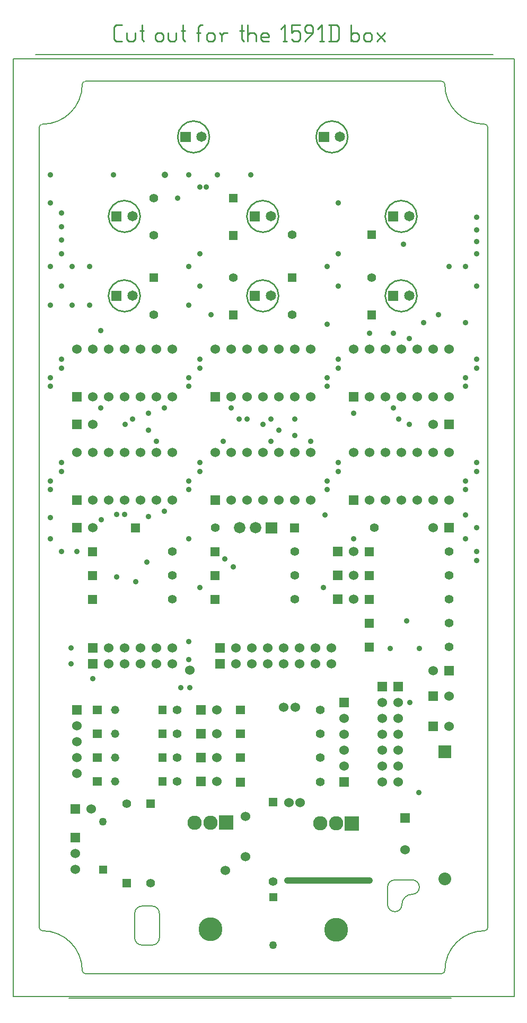
<source format=gbr>
G04 start of page 6 for group 10 idx 10 *
G04 Title: (unknown), box_meca *
G04 Creator: pcb 20091103 *
G04 CreationDate: Sun Dec 17 12:14:22 2023 UTC *
G04 For: bh *
G04 Format: Gerber/RS-274X *
G04 PCB-Dimensions: 380000 700000 *
G04 PCB-Coordinate-Origin: lower left *
%MOIN*%
%FSLAX25Y25*%
%LNGROUP10*%
%ADD11C,0.0200*%
%ADD12C,0.0100*%
%ADD13C,0.0400*%
%ADD17C,0.0550*%
%ADD18C,0.0650*%
%ADD19C,0.0600*%
%ADD20C,0.0720*%
%ADD21C,0.1500*%
%ADD22C,0.0800*%
%ADD23C,0.0900*%
%ADD24C,0.0500*%
%ADD25C,0.0520*%
%ADD26C,0.0360*%
%ADD27C,0.0410*%
%ADD28C,0.0300*%
%ADD29C,0.0430*%
%ADD30C,0.1220*%
%ADD31C,0.0280*%
%ADD32C,0.0420*%
%ADD33C,0.0380*%
%ADD34C,0.1300*%
%ADD35C,0.0220*%
%ADD36C,0.0350*%
%ADD37C,0.0060*%
%ADD38C,0.0102*%
G54D37*X321000Y79700D02*X6000D01*
X41200Y78600D02*X281400D01*
X6000Y669800D02*X321000D01*
X307900Y672300D02*X20300D01*
X321000Y79700D02*Y669800D01*
X6000D02*Y79700D01*
G54D12*X163000Y510500D02*G75*G02X153000Y520500I0J10000D01*G01*
G75*G02X163000Y530500I10000J0D01*G01*
X162998D02*G75*G02X173000Y520498I0J-10002D01*G01*
Y520499D02*G75*G02X163001Y510500I-9999J0D01*G01*
X250000D02*G75*G02X240000Y520500I0J10000D01*G01*
G75*G02X250000Y530500I10000J0D01*G01*
X249998D02*G75*G02X260000Y520498I0J-10002D01*G01*
Y520499D02*G75*G02X250001Y510500I-9999J0D01*G01*
X76000D02*G75*G02X66000Y520500I0J10000D01*G01*
G75*G02X76000Y530500I10000J0D01*G01*
X75998D02*G75*G02X86000Y520498I0J-10002D01*G01*
Y520499D02*G75*G02X76001Y510500I-9999J0D01*G01*
X76000Y560500D02*G75*G02X66000Y570500I0J10000D01*G01*
G75*G02X76000Y580500I10000J0D01*G01*
X75998D02*G75*G02X86000Y570498I0J-10002D01*G01*
Y570499D02*G75*G02X76001Y560500I-9999J0D01*G01*
X119500Y610500D02*G75*G02X109500Y620500I0J10000D01*G01*
G75*G02X119500Y630500I10000J0D01*G01*
X119498D02*G75*G02X129500Y620498I0J-10002D01*G01*
Y620499D02*G75*G02X119501Y610500I-9999J0D01*G01*
X250000Y560500D02*G75*G02X240000Y570500I0J10000D01*G01*
G75*G02X250000Y580500I10000J0D01*G01*
X249998D02*G75*G02X260000Y570498I0J-10002D01*G01*
Y570499D02*G75*G02X250001Y560500I-9999J0D01*G01*
X163000D02*G75*G02X153000Y570500I0J10000D01*G01*
G75*G02X163000Y580500I10000J0D01*G01*
X162998D02*G75*G02X173000Y570498I0J-10002D01*G01*
Y570499D02*G75*G02X163001Y560500I-9999J0D01*G01*
X206500Y610500D02*G75*G02X196500Y620500I0J10000D01*G01*
G75*G02X206500Y630500I10000J0D01*G01*
X206498D02*G75*G02X216500Y620498I0J-10002D01*G01*
Y620499D02*G75*G02X206501Y610500I-9999J0D01*G01*
G54D38*X70770Y680800D02*X74580D01*
X69500Y682070D02*X70770Y680800D01*
X69500Y689690D02*Y682070D01*
Y689690D02*X70770Y690960D01*
X74580D01*
X77630Y685880D02*Y682070D01*
X78900Y680800D01*
X81440D01*
X82710Y682070D01*
Y685880D02*Y682070D01*
X87031Y690960D02*Y682070D01*
X88301Y680800D01*
X85761Y687150D02*X88301D01*
X95415Y684610D02*Y682070D01*
Y684610D02*X96685Y685880D01*
X99225D01*
X100495Y684610D01*
Y682070D01*
X99225Y680800D02*X100495Y682070D01*
X96685Y680800D02*X99225D01*
X95415Y682070D02*X96685Y680800D01*
X103546Y685880D02*Y682070D01*
X104816Y680800D01*
X107356D01*
X108626Y682070D01*
Y685880D02*Y682070D01*
X112946Y690960D02*Y682070D01*
X114216Y680800D01*
X111676Y687150D02*X114216D01*
X122601Y689690D02*Y680800D01*
Y689690D02*X123871Y690960D01*
X125141D01*
X121331Y685880D02*X123871D01*
X127683Y684610D02*Y682070D01*
Y684610D02*X128953Y685880D01*
X131493D01*
X132763Y684610D01*
Y682070D01*
X131493Y680800D02*X132763Y682070D01*
X128953Y680800D02*X131493D01*
X127683Y682070D02*X128953Y680800D01*
X137084Y684610D02*Y680800D01*
Y684610D02*X138354Y685880D01*
X140894D01*
X135814D02*X137084Y684610D01*
X149786Y690960D02*Y682070D01*
X151056Y680800D01*
X148516Y687150D02*X151056D01*
X153599Y690960D02*Y680800D01*
Y684610D02*X154869Y685880D01*
X157409D01*
X158679Y684610D01*
Y680800D01*
X162999D02*X166809D01*
X161729Y682070D02*X162999Y680800D01*
X161729Y684610D02*Y682070D01*
Y684610D02*X162999Y685880D01*
X165539D01*
X166809Y684610D01*
X161729Y683340D02*X166809D01*
Y684610D02*Y683340D01*
X175702Y680800D02*X178242D01*
X176972Y690960D02*Y680800D01*
X174432Y688420D02*X176972Y690960D01*
X181293D02*X186373D01*
X181293D02*Y685880D01*
X182563Y687150D01*
X185103D01*
X186373Y685880D01*
Y682070D01*
X185103Y680800D02*X186373Y682070D01*
X182563Y680800D02*X185103D01*
X181293Y682070D02*X182563Y680800D01*
X189423D02*X194503Y685880D01*
Y689690D02*Y685880D01*
X193233Y690960D02*X194503Y689690D01*
X190693Y690960D02*X193233D01*
X189423Y689690D02*X190693Y690960D01*
X189423Y689690D02*Y687150D01*
X190693Y685880D01*
X194503D01*
X198824Y680800D02*X201364D01*
X200094Y690960D02*Y680800D01*
X197554Y688420D02*X200094Y690960D01*
X205684D02*Y680800D01*
X209494Y690960D02*X210764Y689690D01*
Y682070D01*
X209494Y680800D02*X210764Y682070D01*
X204414Y680800D02*X209494D01*
X204414Y690960D02*X209494D01*
X218387D02*Y680800D01*
Y682070D02*X219657Y680800D01*
X222197D01*
X223467Y682070D01*
Y684610D02*Y682070D01*
X222197Y685880D02*X223467Y684610D01*
X219657Y685880D02*X222197D01*
X218387Y684610D02*X219657Y685880D01*
X226517Y684610D02*Y682070D01*
Y684610D02*X227787Y685880D01*
X230327D01*
X231597Y684610D01*
Y682070D01*
X230327Y680800D02*X231597Y682070D01*
X227787Y680800D02*X230327D01*
X226517Y682070D02*X227787Y680800D01*
X234648Y685880D02*X239728Y680800D01*
X234648D02*X239728Y685880D01*
G54D11*G36*
X228750Y561750D02*Y556250D01*
X234250D01*
Y561750D01*
X228750D01*
G37*
G54D17*X231500Y532000D03*
G54D11*G36*
X198250Y623750D02*Y617250D01*
X204750D01*
Y623750D01*
X198250D01*
G37*
G54D18*X211500Y620500D03*
G54D11*G36*
X241750Y573750D02*Y567250D01*
X248250D01*
Y573750D01*
X241750D01*
G37*
G54D18*X255000Y570500D03*
G54D11*G36*
X241750Y523750D02*Y517250D01*
X248250D01*
Y523750D01*
X241750D01*
G37*
G54D18*X255000Y520500D03*
G54D17*X181500Y559000D03*
Y508500D03*
G54D11*G36*
X178750Y534750D02*Y529250D01*
X184250D01*
Y534750D01*
X178750D01*
G37*
G36*
X141750Y584750D02*Y579250D01*
X147250D01*
Y584750D01*
X141750D01*
G37*
G54D17*X144500Y532000D03*
G54D11*G36*
X141750Y511250D02*Y505750D01*
X147250D01*
Y511250D01*
X141750D01*
G37*
G36*
Y561250D02*Y555750D01*
X147250D01*
Y561250D01*
X141750D01*
G37*
G54D17*X94500Y582000D03*
G54D11*G36*
X91750Y534750D02*Y529250D01*
X97250D01*
Y534750D01*
X91750D01*
G37*
G54D17*X94500Y508500D03*
Y558500D03*
G54D11*G36*
X111250Y623750D02*Y617250D01*
X117750D01*
Y623750D01*
X111250D01*
G37*
G54D18*X124500Y620500D03*
G54D11*G36*
X154750Y523750D02*Y517250D01*
X161250D01*
Y523750D01*
X154750D01*
G37*
G36*
Y573750D02*Y567250D01*
X161250D01*
Y573750D01*
X154750D01*
G37*
G54D18*X168000Y520500D03*
Y570500D03*
G54D11*G36*
X67750Y523750D02*Y517250D01*
X74250D01*
Y523750D01*
X67750D01*
G37*
G54D18*X81000Y520500D03*
G54D11*G36*
X67750Y573750D02*Y567250D01*
X74250D01*
Y573750D01*
X67750D01*
G37*
G54D18*X81000Y570500D03*
G54D19*X250000Y422000D03*
X240000D03*
X230000D03*
X220000D03*
X173000Y392000D03*
G54D11*G36*
X164900Y378100D02*Y370900D01*
X172100D01*
Y378100D01*
X164900D01*
G37*
G54D20*X158500Y374500D03*
X148500D03*
G54D19*X183000Y392000D03*
G54D11*G36*
X180250Y377250D02*Y371750D01*
X185750D01*
Y377250D01*
X180250D01*
G37*
G54D19*X193000Y392000D03*
Y422000D03*
X183000D03*
X173000D03*
X250000Y392000D03*
X260000D03*
X270000D03*
X280000D03*
G54D11*G36*
X217000Y395000D02*Y389000D01*
X223000D01*
Y395000D01*
X217000D01*
G37*
G54D19*X230000Y392000D03*
X240000D03*
X280000Y422000D03*
X270000D03*
X260000D03*
G54D11*G36*
X277000Y442500D02*Y436500D01*
X283000D01*
Y442500D01*
X277000D01*
G37*
G54D19*X270000Y439500D03*
G54D11*G36*
X130000Y395000D02*Y389000D01*
X136000D01*
Y395000D01*
X130000D01*
G37*
G54D19*X143000Y392000D03*
X153000D03*
X163000D03*
Y422000D03*
Y457000D03*
X173000D03*
X183000D03*
X153000Y422000D03*
Y457000D03*
X193000D03*
X240000D03*
Y487000D03*
X250000Y457000D03*
Y487000D03*
X260000Y457000D03*
Y487000D03*
X270000Y457000D03*
Y487000D03*
X280000Y457000D03*
Y487000D03*
G54D11*G36*
X228750Y511250D02*Y505750D01*
X234250D01*
Y511250D01*
X228750D01*
G37*
G36*
X217000Y460000D02*Y454000D01*
X223000D01*
Y460000D01*
X217000D01*
G37*
G54D19*X230000Y457000D03*
Y487000D03*
X220000D03*
X193000D03*
G54D11*G36*
X207000Y362500D02*Y356500D01*
X213000D01*
Y362500D01*
X207000D01*
G37*
G54D19*X220000Y359500D03*
G54D17*X233000Y374500D03*
G54D11*G36*
X227250Y347250D02*Y341750D01*
X232750D01*
Y347250D01*
X227250D01*
G37*
G54D17*X280000Y344500D03*
Y359500D03*
G54D11*G36*
X277000Y377500D02*Y371500D01*
X283000D01*
Y377500D01*
X277000D01*
G37*
G36*
X43000Y442500D02*Y436500D01*
X49000D01*
Y442500D01*
X43000D01*
G37*
G54D19*X56000Y439500D03*
G54D11*G36*
X43000Y460000D02*Y454000D01*
X49000D01*
Y460000D01*
X43000D01*
G37*
G36*
Y395000D02*Y389000D01*
X49000D01*
Y395000D01*
X43000D01*
G37*
G54D19*X46000Y422000D03*
G54D11*G36*
X43000Y377500D02*Y371500D01*
X49000D01*
Y377500D01*
X43000D01*
G37*
G54D19*X56000Y457000D03*
Y392000D03*
Y422000D03*
X66000Y457000D03*
Y392000D03*
Y422000D03*
G54D11*G36*
X53250Y332250D02*Y326750D01*
X58750D01*
Y332250D01*
X53250D01*
G37*
G36*
Y347250D02*Y341750D01*
X58750D01*
Y347250D01*
X53250D01*
G37*
G36*
Y362250D02*Y356750D01*
X58750D01*
Y362250D01*
X53250D01*
G37*
G54D19*X56000Y374500D03*
X143000Y422000D03*
Y457000D03*
Y487000D03*
X133000Y422000D03*
G54D11*G36*
X130000Y460000D02*Y454000D01*
X136000D01*
Y460000D01*
X130000D01*
G37*
G54D19*X133000Y487000D03*
X183000D03*
X173000D03*
X163000D03*
X153000D03*
X106000D03*
X86000Y422000D03*
X76000D03*
X96000Y487000D03*
X86000D03*
X76000D03*
X66000D03*
X56000D03*
X46000D03*
X76000Y457000D03*
X86000D03*
X96000D03*
X106000D03*
X76000Y392000D03*
X86000D03*
X96000D03*
X106000D03*
Y422000D03*
X96000D03*
G54D17*X106000Y329500D03*
G54D11*G36*
X130250Y332250D02*Y326750D01*
X135750D01*
Y332250D01*
X130250D01*
G37*
G54D17*X106000Y344500D03*
G54D11*G36*
X130250Y347250D02*Y341750D01*
X135750D01*
Y347250D01*
X130250D01*
G37*
G54D17*X183000Y344500D03*
X106000Y359500D03*
G54D11*G36*
X80250Y377250D02*Y371750D01*
X85750D01*
Y377250D01*
X80250D01*
G37*
G54D17*X133000Y374500D03*
G54D11*G36*
X130250Y362250D02*Y356750D01*
X135750D01*
Y362250D01*
X130250D01*
G37*
G54D17*X183000Y329500D03*
G54D11*G36*
X227250Y332250D02*Y326750D01*
X232750D01*
Y332250D01*
X227250D01*
G37*
G54D17*X280000Y329500D03*
G54D11*G36*
X207000Y332500D02*Y326500D01*
X213000D01*
Y332500D01*
X207000D01*
G37*
G54D19*X220000Y329500D03*
G54D11*G36*
X207000Y347500D02*Y341500D01*
X213000D01*
Y347500D01*
X207000D01*
G37*
G54D19*X220000Y344500D03*
G54D11*G36*
X227250Y362250D02*Y356750D01*
X232750D01*
Y362250D01*
X227250D01*
G37*
G54D17*X183000Y359500D03*
G54D19*X270000Y374500D03*
G54D11*G36*
X211000Y267500D02*Y261500D01*
X217000D01*
Y267500D01*
X211000D01*
G37*
G54D19*X214000Y254500D03*
G54D11*G36*
X227250Y302250D02*Y296750D01*
X232750D01*
Y302250D01*
X227250D01*
G37*
G54D19*X214000Y254500D03*
G54D11*G36*
X227250Y317250D02*Y311750D01*
X232750D01*
Y317250D01*
X227250D01*
G37*
G54D19*X214000Y244500D03*
G54D17*X199000Y260000D03*
Y245000D03*
G54D19*X214000Y244500D03*
X196000Y289000D03*
X206000D03*
Y299000D03*
X196000D03*
G54D21*X209000Y121500D03*
G54D22*X277500Y153500D03*
G54D11*G36*
X277000Y287500D02*Y281500D01*
X283000D01*
Y287500D01*
X277000D01*
G37*
G54D19*X270000Y284500D03*
G54D17*X280000Y299500D03*
G54D11*G36*
X267000Y252500D02*Y246500D01*
X273000D01*
Y252500D01*
X267000D01*
G37*
G54D19*X280000Y249500D03*
G54D11*G36*
X273500Y237500D02*Y229500D01*
X281500D01*
Y237500D01*
X273500D01*
G37*
G36*
X267000Y271500D02*Y265500D01*
X273000D01*
Y271500D01*
X267000D01*
G37*
G54D19*X280000Y268500D03*
X248000Y244500D03*
Y234500D03*
G54D11*G36*
X245000Y277500D02*Y271500D01*
X251000D01*
Y277500D01*
X245000D01*
G37*
G54D19*X248000Y264500D03*
Y254500D03*
G54D11*G36*
X235000Y277500D02*Y271500D01*
X241000D01*
Y277500D01*
X235000D01*
G37*
G54D19*X238000Y264500D03*
Y254500D03*
Y244500D03*
G54D17*X280000Y314500D03*
G54D19*X248000Y224500D03*
X238000Y234500D03*
Y224500D03*
X248000Y214500D03*
X238000D03*
G54D17*X199000Y230000D03*
Y214500D03*
G54D11*G36*
X214500Y193000D02*Y184000D01*
X223500D01*
Y193000D01*
X214500D01*
G37*
G54D23*X209000Y188500D03*
X199000D03*
G54D11*G36*
X249500Y195000D02*Y189000D01*
X255500D01*
Y195000D01*
X249500D01*
G37*
G54D19*X252500Y172000D03*
X214000Y234500D03*
Y224500D03*
G54D11*G36*
X211000Y217500D02*Y211500D01*
X217000D01*
Y217500D01*
X211000D01*
G37*
G54D19*X214000Y224500D03*
Y234500D03*
G54D11*G36*
X121000Y263000D02*Y257000D01*
X127000D01*
Y263000D01*
X121000D01*
G37*
G54D17*X109000Y260000D03*
Y245000D03*
Y230000D03*
G54D11*G36*
X121000Y233000D02*Y227000D01*
X127000D01*
Y233000D01*
X121000D01*
G37*
G36*
Y248000D02*Y242000D01*
X127000D01*
Y248000D01*
X121000D01*
G37*
G54D19*X134000Y260000D03*
G54D11*G36*
X146250Y262750D02*Y257250D01*
X151750D01*
Y262750D01*
X146250D01*
G37*
G36*
Y247750D02*Y242250D01*
X151750D01*
Y247750D01*
X146250D01*
G37*
G36*
Y232750D02*Y227250D01*
X151750D01*
Y232750D01*
X146250D01*
G37*
G54D19*X134000Y230000D03*
Y245000D03*
G54D11*G36*
X97400Y247600D02*Y242400D01*
X102600D01*
Y247600D01*
X97400D01*
G37*
G36*
Y262600D02*Y257400D01*
X102600D01*
Y262600D01*
X97400D01*
G37*
G36*
X60000Y162000D02*Y157000D01*
X65000D01*
Y162000D01*
X60000D01*
G37*
G36*
X166750Y204750D02*Y199250D01*
X172250D01*
Y204750D01*
X166750D01*
G37*
G54D17*X169500Y152000D03*
G54D11*G36*
X146250Y217250D02*Y211750D01*
X151750D01*
Y217250D01*
X146250D01*
G37*
G36*
X135500Y193500D02*Y184500D01*
X144500D01*
Y193500D01*
X135500D01*
G37*
G54D23*X130000Y189000D03*
X120000D03*
G54D11*G36*
X167000Y144500D02*Y139500D01*
X172000D01*
Y144500D01*
X167000D01*
G37*
G54D17*X92500Y151000D03*
G54D11*G36*
X74750Y153750D02*Y148250D01*
X80250D01*
Y153750D01*
X74750D01*
G37*
G54D24*X169500Y112000D03*
G54D21*X130000Y122000D03*
G54D11*G36*
X42000Y200500D02*Y194500D01*
X48000D01*
Y200500D01*
X42000D01*
G37*
G36*
Y182500D02*Y176500D01*
X48000D01*
Y182500D01*
X42000D01*
G37*
G54D19*X45000Y169500D03*
Y159500D03*
X55000Y197500D03*
G54D11*G36*
X89750Y203750D02*Y198250D01*
X95250D01*
Y203750D01*
X89750D01*
G37*
G54D17*X77500Y201000D03*
G54D24*X62500Y189500D03*
G54D11*G36*
X43000Y263000D02*Y257000D01*
X49000D01*
Y263000D01*
X43000D01*
G37*
G36*
X53000Y302000D02*Y296000D01*
X59000D01*
Y302000D01*
X53000D01*
G37*
G36*
Y292000D02*Y286000D01*
X59000D01*
Y292000D01*
X53000D01*
G37*
G54D19*X46000Y250000D03*
Y240000D03*
Y230000D03*
Y220000D03*
X66000Y289000D03*
Y299000D03*
X76000D03*
X86000D03*
X96000D03*
X76000Y289000D03*
X86000D03*
X96000D03*
X106000D03*
G54D11*G36*
X133000Y292000D02*Y286000D01*
X139000D01*
Y292000D01*
X133000D01*
G37*
G54D19*X146000Y289000D03*
X156000D03*
X166000D03*
X176000D03*
Y299000D03*
X186000Y289000D03*
Y299000D03*
X106000D03*
G54D11*G36*
X133000Y302000D02*Y296000D01*
X139000D01*
Y302000D01*
X133000D01*
G37*
G54D19*X146000Y299000D03*
X156000D03*
X166000D03*
G54D11*G36*
X97400Y217600D02*Y212400D01*
X102600D01*
Y217600D01*
X97400D01*
G37*
G36*
Y232600D02*Y227400D01*
X102600D01*
Y232600D01*
X97400D01*
G37*
G36*
X56250Y217750D02*Y212250D01*
X61750D01*
Y217750D01*
X56250D01*
G37*
G54D17*X109000Y215000D03*
G54D11*G36*
X121000Y218000D02*Y212000D01*
X127000D01*
Y218000D01*
X121000D01*
G37*
G54D19*X134000Y215000D03*
G54D25*X70000D03*
G54D11*G36*
X56250Y232750D02*Y227250D01*
X61750D01*
Y232750D01*
X56250D01*
G37*
G54D25*X70000Y230000D03*
G54D11*G36*
X56250Y262750D02*Y257250D01*
X61750D01*
Y262750D01*
X56250D01*
G37*
G36*
Y247750D02*Y242250D01*
X61750D01*
Y247750D01*
X56250D01*
G37*
G54D25*X70000Y245000D03*
Y260000D03*
G54D26*X173000Y436000D03*
X168000Y429000D03*
X163000Y439500D03*
X168000Y443000D03*
X153000D03*
X193000Y429000D03*
X183000Y432500D03*
Y443000D03*
X220000Y446500D03*
X251500Y553000D03*
X245000Y497000D03*
X230000D03*
X203500Y502500D03*
Y539000D03*
X210500Y526500D03*
Y579000D03*
Y547000D03*
X255000Y439500D03*
X245000Y450000D03*
X248500Y443000D03*
X210500Y410000D03*
Y415500D03*
X203500Y404000D03*
Y398500D03*
X202000Y382500D03*
X297500Y410000D03*
Y415500D03*
X290500Y404000D03*
Y398500D03*
X220000Y367500D03*
X210500Y480500D03*
X297500D03*
X210500Y475000D03*
X297500D03*
X203500Y469000D03*
X290500D03*
X203500Y463500D03*
X290500D03*
X255000Y493500D03*
X264000Y503500D03*
X273500Y508500D03*
X290500Y503500D03*
X297500Y526500D03*
X290500Y539000D03*
X297500Y570000D03*
Y554500D03*
Y547000D03*
X280000Y539000D03*
X297500Y562000D03*
X201000Y337000D03*
G54D19*X176000Y261500D03*
X183500D03*
X186500Y201500D03*
X179500D03*
X152000Y167500D03*
Y193000D03*
X139500Y159000D03*
G54D26*X290500Y367500D03*
Y382500D03*
X297500Y374500D03*
Y359500D03*
Y354000D03*
X253500Y316000D03*
X243000Y298500D03*
X261500D03*
X255500Y264500D03*
X261000Y208000D03*
X29500Y398500D03*
Y404000D03*
X36500Y415500D03*
Y410000D03*
X61000Y450000D03*
X61500Y379500D03*
X29500Y463500D03*
Y469000D03*
X36500Y475000D03*
X29500Y367500D03*
Y381000D03*
X36500Y359500D03*
X46000D03*
X42500Y299000D03*
Y289000D03*
X56000Y279500D03*
X36500Y480500D03*
X61000Y498500D03*
X29500Y539000D03*
X36500Y526500D03*
X43000Y539000D03*
X36500Y547000D03*
Y555500D03*
Y572500D03*
X29500Y579000D03*
X36500Y564000D03*
X69000Y596500D03*
X29500D03*
Y514500D03*
X54000Y539000D03*
X43000Y514500D03*
X54000D03*
X148000Y443000D03*
X138000Y429000D03*
X143000Y450000D03*
X123500Y480500D03*
Y475000D03*
X116500Y469000D03*
Y463500D03*
X123500Y410000D03*
Y415500D03*
X116500Y404000D03*
X91000Y446500D03*
X81000Y443000D03*
X101000Y450000D03*
X96000Y429000D03*
X91000Y436000D03*
X76500Y439500D03*
X123500Y526500D03*
X116500Y514500D03*
Y539000D03*
X123500Y547000D03*
X130500Y508500D03*
X127500Y589000D03*
X123500D03*
X109500Y582000D03*
X116500Y596500D03*
X155500D03*
G54D27*X101500D03*
G54D26*X134500D03*
X101000Y385000D03*
X76000Y383000D03*
X91000Y381500D03*
X71000Y383000D03*
X116500Y398500D03*
Y367500D03*
X83000Y340500D03*
X71000Y343500D03*
X90000Y353000D03*
X139000Y355000D03*
X123500Y337000D03*
X144500Y350000D03*
X116500Y303000D03*
Y291500D03*
G54D19*X117000Y285000D03*
G54D26*Y274000D03*
X111500D03*
G54D28*G54D29*G54D30*G54D29*G54D28*G54D29*G54D30*G54D31*G54D32*G54D31*G54D28*G54D31*G54D28*G54D31*G54D28*G54D31*G54D28*G54D31*G54D28*G54D31*G54D28*G54D31*G54D28*G54D33*G54D28*G54D33*G54D28*G54D33*G54D28*G54D33*G54D34*G54D30*G54D24*G54D28*G54D33*G54D24*G54D33*G54D28*G54D33*G54D28*G54D19*G54D28*G54D33*G54D28*G54D35*G54D30*G54D11*G54D28*G54D19*G54D11*G54D28*G54D11*G54D34*G54D28*G54D33*G54D28*G54D11*G54D33*G54D35*G54D28*G54D35*G54D28*G54D35*G54D28*G54D35*G54D11*G54D36*G54D11*G54D36*G54D11*G54D13*X230000Y152500D02*X178500D01*
G54D37*X246000Y153000D02*X257000D01*
X241500Y148500D02*Y137500D01*
X22500Y123000D02*Y626500D01*
X304500D02*Y123000D01*
X51500Y94000D02*X275500D01*
X87000Y136500D02*X93500D01*
X98000Y132000D02*Y116500D01*
X87000Y112000D02*X93500D01*
X82500Y132000D02*Y116500D01*
X51500Y655500D02*X275500D01*
X277500Y96000D02*G75*G02X302500Y121000I25000J0D01*G01*
X275500Y94000D02*G75*G03X277500Y96000I0J2000D01*G01*
X302500Y121000D02*G75*G03X304500Y123000I0J2000D01*G01*
X302500Y628500D02*G75*G02X277500Y653500I0J25000D01*G01*
G75*G03X275500Y655500I-2000J0D01*G01*
X304500Y626500D02*G75*G03X302500Y628500I-2000J0D01*G01*
X49500Y96000D02*G75*G03X51500Y94000I2000J0D01*G01*
X49500Y653500D02*G75*G02X24500Y628500I-25000J0D01*G01*
Y121000D02*G75*G02X49500Y96000I0J-25000D01*G01*
X51500Y655500D02*G75*G03X49500Y653500I0J-2000D01*G01*
X24500Y628500D02*G75*G03X22500Y626500I0J-2000D01*G01*
X241500Y148500D02*G75*G02X246000Y153000I4500J0D01*G01*
Y133000D02*G75*G02X241500Y137500I0J4500D01*G01*
X250500D02*G75*G02X246000Y133000I-4500J0D01*G01*
X257000Y153000D02*G75*G02X261500Y148500I0J-4500D01*G01*
G75*G02X257000Y144000I-4500J0D01*G01*
G75*G03X250500Y137500I0J-6500D01*G01*
X93500Y136500D02*G75*G02X98000Y132000I0J-4500D01*G01*
X82500D02*G75*G02X87000Y136500I4500J0D01*G01*
Y112000D02*G75*G02X82500Y116500I0J4500D01*G01*
X22500Y123000D02*G75*G03X24500Y121000I2000J0D01*G01*
X98000Y116500D02*G75*G02X93500Y112000I-4500J0D01*G01*
M02*

</source>
